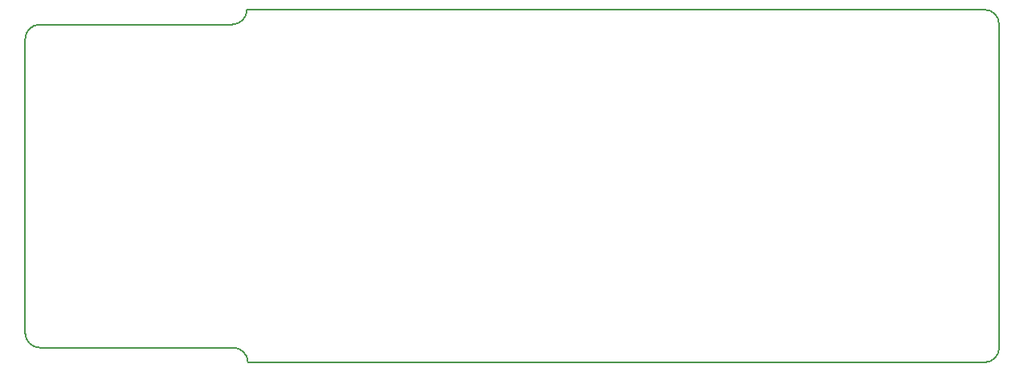
<source format=gm1>
G04 #@! TF.GenerationSoftware,KiCad,Pcbnew,5.0.0+dfsg1-2*
G04 #@! TF.CreationDate,2019-01-23T11:39:39+01:00*
G04 #@! TF.ProjectId,SLC_Free_PCB,534C435F467265655F5043422E6B6963,rev?*
G04 #@! TF.SameCoordinates,Original*
G04 #@! TF.FileFunction,Profile,NP*
%FSLAX46Y46*%
G04 Gerber Fmt 4.6, Leading zero omitted, Abs format (unit mm)*
G04 Created by KiCad (PCBNEW 5.0.0+dfsg1-2) date Wed Jan 23 11:39:39 2019*
%MOMM*%
%LPD*%
G01*
G04 APERTURE LIST*
%ADD10C,0.150000*%
G04 APERTURE END LIST*
D10*
X189860000Y-123630000D02*
X112230000Y-123630000D01*
X110680000Y-122070000D02*
X90299939Y-122070000D01*
X90301153Y-122071153D02*
G75*
G02X88740000Y-120510000I0J1561153D01*
G01*
X88740000Y-89490000D02*
X88740000Y-120540779D01*
X88738847Y-89501153D02*
G75*
G02X90300000Y-87940000I1561153J0D01*
G01*
X110570000Y-87940000D02*
X90260000Y-87940000D01*
X110670000Y-122070000D02*
G75*
G02X112231153Y-123631153I0J-1561153D01*
G01*
X189860000Y-86370000D02*
X112119998Y-86370000D01*
X191430000Y-122070000D02*
X191420000Y-87950000D01*
X189858847Y-86368847D02*
G75*
G02X191420000Y-87930000I0J-1561153D01*
G01*
X191431153Y-122070000D02*
G75*
G02X189870000Y-123631153I-1561153J0D01*
G01*
X112121153Y-86378847D02*
G75*
G02X110560000Y-87940000I-1561153J0D01*
G01*
M02*

</source>
